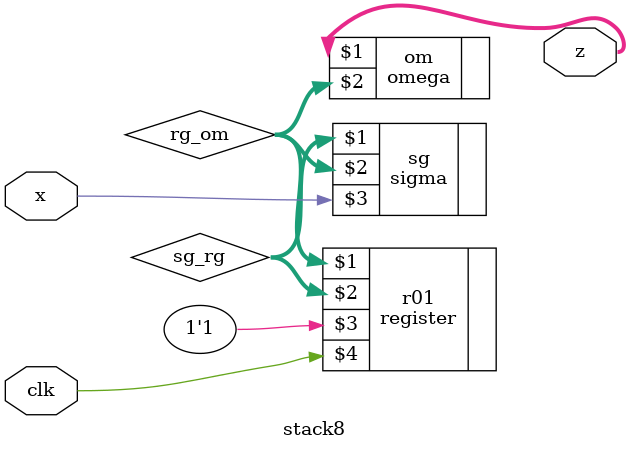
<source format=sv>
module stack8 (output [0:7]z,input x,input clk);

  wire [0:7]sg_rg;
  wire [0:7]rg_om;
  register r01 (rg_om,sg_rg,1'b1,clk);
  sigma sg (sg_rg,rg_om,x);
  omega om (z,rg_om);

endmodule

</source>
